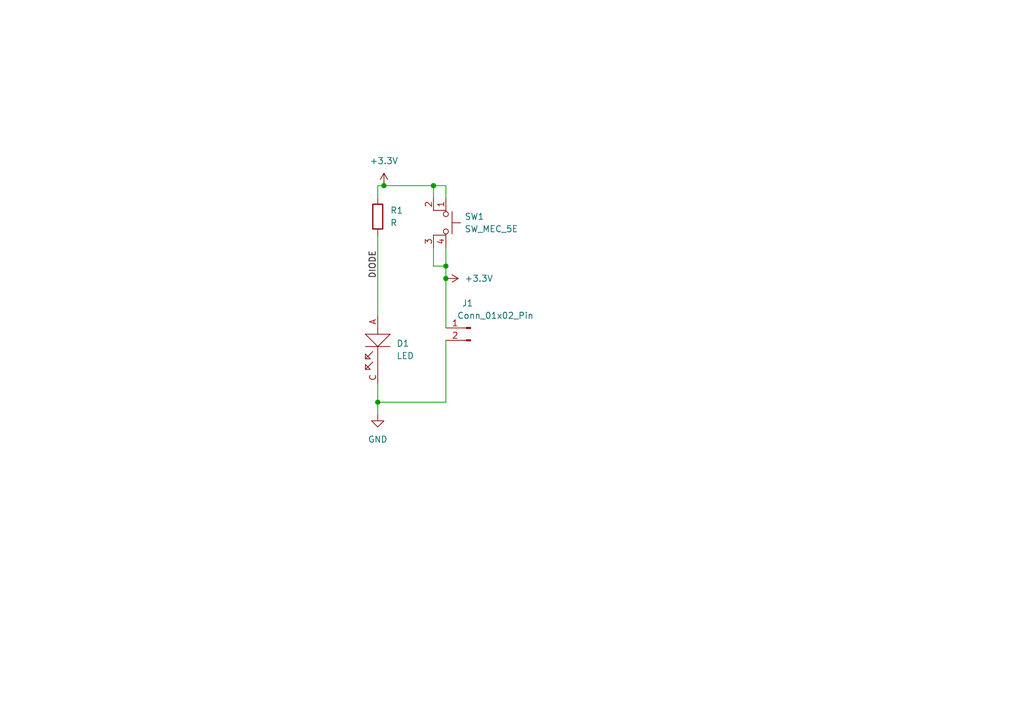
<source format=kicad_sch>
(kicad_sch (version 20230121) (generator eeschema)
  (paper "A5")
  (lib_symbols
    (symbol "Connector:Conn_01x02_Pin" (pin_names (offset 1.016) hide)
      (property "Reference" "J" (at 0 2.54 0))
      (property "Value" "Conn_01x02_Pin" (at 0 -5.08 0))
      (symbol "Conn_01x02_Pin_1_1"
        (polyline (pts (xy 1.27 -2.54) (xy 0.8636 -2.54)) (stroke (width 0.1524)))
        (polyline (pts (xy 1.27 0) (xy 0.8636 0)) (stroke (width 0.1524)))
        (rectangle (start 0.8636 -2.413) (end 0 -2.667) (stroke (width 0.1524)) (fill (type outline)))
        (rectangle (start 0.8636 0.127) (end 0 -0.127) (stroke (width 0.1524)) (fill (type outline)))
        (pin passive line (at 5.08 0 180) (length 3.81) (name "Pin_1") (number "1"))
        (pin passive line (at 5.08 -2.54 180) (length 3.81) (name "Pin_2") (number "2"))
      )
    )
    (symbol "Device:R" (pin_numbers hide) (pin_names (offset 0))
      (property "Reference" "R" (at 2.032 0 90))
      (property "Value" "R" (at 0 0 90))
      (symbol "R_0_1"
        (rectangle (start -1.016 -2.54) (end 1.016 2.54) (stroke (width 0.254)))
      )
      (symbol "R_1_1"
        (pin passive line (at 0 3.81 270) (length 1.27) (name "~") (number "1"))
        (pin passive line (at 0 -3.81 90) (length 1.27) (name "~") (number "2"))
      )
    )
    (symbol "MySCHLib:LED" (pin_names hide)
      (property "Reference" "D" (at 0 3.937 0))
      (property "Value" "LED" (at 0 -3.81 0))
      (symbol "LED_0_1"
        (polyline (pts (xy -2.54 0) (xy 2.54 0)))
        (polyline (pts (xy -2.159 2.54) (xy -0.635 1.016)))
        (polyline (pts (xy 0 2.54) (xy 1.524 1.016)))
        (polyline (pts (xy 2.54 2.54) (xy 2.54 -2.54)))
        (polyline (pts (xy 5.08 2.54) (xy 5.08 -2.54)))
        (polyline (pts (xy 6.35 0) (xy 5.08 0)))
        (polyline (pts (xy 5.08 2.54) (xy 2.54 0) (xy 5.08 -2.54)))
        (polyline (pts (xy -2.159 2.54) (xy -1.143 2.54) (xy -2.159 1.524) (xy -2.159 2.54)))
        (polyline (pts (xy 0 2.54) (xy 1.016 2.54) (xy 0 1.524) (xy 0 2.54)))
      )
      (symbol "LED_1_1"
        (pin passive line (at 8.89 0 180) (length 2.54) (name "Anode") (number "A"))
        (pin passive line (at -5.08 0 0) (length 2.54) (name "Cathode") (number "C"))
      )
    )
    (symbol "Switch:SW_MEC_5E" (pin_names (offset 1.016) hide)
      (property "Reference" "SW" (at 0.635 5.715 0))
      (property "Value" "SW_MEC_5E" (at 0 -3.175 0))
      (symbol "SW_MEC_5E_0_1"
        (circle (center -1.778 2.54) (radius 0.508))
        (polyline (pts (xy -2.286 3.81) (xy 2.286 3.81)))
        (polyline (pts (xy 0 3.81) (xy 0 5.588)))
        (polyline (pts (xy -2.54 0) (xy -2.54 2.54) (xy -2.286 2.54)))
        (polyline (pts (xy 2.54 0) (xy 2.54 2.54) (xy 2.286 2.54)))
        (circle (center 1.778 2.54) (radius 0.508))
        (pin passive line (at -5.08 2.54 0) (length 2.54) (name "1") (number "1"))
        (pin passive line (at -5.08 0 0) (length 2.54) (name "2") (number "2"))
        (pin passive line (at 5.08 0 180) (length 2.54) (name "K") (number "3"))
        (pin passive line (at 5.08 2.54 180) (length 2.54) (name "A") (number "4"))
      )
    )
    (symbol "power:+3.3V" (power) (pin_names (offset 0))
      (property "Value" "+3.3V" (at 0 3.556 0))
      (symbol "+3.3V_0_1"
        (polyline (pts (xy -0.762 1.27) (xy 0 2.54)))
        (polyline (pts (xy 0 0) (xy 0 2.54)))
        (polyline (pts (xy 0 2.54) (xy 0.762 1.27)))
      )
      (symbol "+3.3V_1_1"
        (pin power_in line (at 0 0 90) (length 0) hide (name "+3.3V") (number "1"))
      )
    )
    (symbol "power:GND" (power) (pin_names (offset 0))
      (property "Value" "GND" (at 0 -3.81 0))
      (symbol "GND_0_1"
        (polyline (pts (xy 0 0) (xy 0 -1.27) (xy 1.27 -1.27) (xy 0 -2.54) (xy -1.27 -1.27) (xy 0 -1.27)))
      )
      (symbol "GND_1_1"
        (pin power_in line (at 0 0 270) (length 0) hide (name "GND") (number "1"))
      )
    )
  )
  (junction (at 91.44 54.61))
  (junction (at 77.47 82.55))
  (junction (at 78.74 38.1))
  (junction (at 88.9 38.1))
  (junction (at 91.44 57.15))
  (wire (pts (xy 78.74 38.1) (xy 88.9 38.1)))
  (wire (pts (xy 91.44 50.8) (xy 91.44 54.61)))
  (wire (pts (xy 77.47 82.55) (xy 77.47 78.74)))
  (wire (pts (xy 88.9 50.8) (xy 88.9 54.61)))
  (wire (pts (xy 77.47 48.26) (xy 77.47 64.77)))
  (wire (pts (xy 91.44 54.61) (xy 91.44 57.15)))
  (wire (pts (xy 77.47 38.1) (xy 78.74 38.1)))
  (wire (pts (xy 77.47 38.1) (xy 77.47 40.64)))
  (wire (pts (xy 88.9 38.1) (xy 91.44 38.1)))
  (wire (pts (xy 77.47 82.55) (xy 77.47 85.09)))
  (wire (pts (xy 91.44 38.1) (xy 91.44 40.64)))
  (wire (pts (xy 88.9 54.61) (xy 91.44 54.61)))
  (wire (pts (xy 91.44 69.85) (xy 91.44 82.55)))
  (wire (pts (xy 88.9 38.1) (xy 88.9 40.64)))
  (wire (pts (xy 77.47 82.55) (xy 91.44 82.55)))
  (wire (pts (xy 91.44 57.15) (xy 91.44 67.31)))
  (label "DIODE" (at 77.47 57.15 90))
  (symbol (lib_id "Connector:Conn_01x02_Pin") (at 96.52 67.31 0) (mirror y) (unit 1)
    (property "Reference" "J1" (at 95.885 62.23 0))
    (property "Value" "Conn_01x02_Pin" (at 101.6 64.77 0))
    (property "Footprint" "Connector_Molex:Molex_KK-254_AE-6410-02A_1x02_P2.54mm_Vertical" (effects hide))
  )
  (symbol (lib_id "power:GND") (at 77.47 85.09 0) (unit 1)
    (property "Reference" "#PWR02" (effects hide))
    (property "Value" "GND" (at 77.47 90.17 0))
  )
  (symbol (lib_id "Switch:SW_MEC_5E") (at 88.9 45.72 270) (unit 1)
    (property "Reference" "SW1" (at 95.25 44.45 90) (effects (justify left)))
    (property "Value" "SW_MEC_5E" (at 95.25 46.99 90) (effects (justify left)))
    (property "Footprint" "Button_Switch_SMD:SW_SPST_SKQG_WithStem" (effects hide))
    (property "Datasheet" "http://www.apem.com/int/index.php?controller=attachment&id_attachment=1371" (effects hide))
  )
  (symbol (lib_id "power:+3.3V") (at 91.44 57.15 270) (unit 1)
    (property "Reference" "#PWR03" (effects hide))
    (property "Value" "+3.3V" (at 95.25 57.15 90) (effects (justify left)))
  )
  (symbol (lib_id "Device:R") (at 77.47 44.45 0) (unit 1)
    (property "Reference" "R1" (at 80.01 43.18 0) (effects (justify left)))
    (property "Value" "R" (at 80.01 45.72 0) (effects (justify left)))
    (property "Footprint" "Resistor_SMD:R_0805_2012Metric" (effects hide))
  )
  (symbol (lib_id "power:+3.3V") (at 78.74 38.1 0) (unit 1)
    (property "Reference" "#PWR01" (effects hide))
    (property "Value" "+3.3V" (at 78.74 33.02 0))
  )
  (symbol (lib_id "MySCHLib:LED") (at 77.47 73.66 90) (unit 1)
    (property "Reference" "D1" (at 81.28 70.485 90) (effects (justify right)))
    (property "Value" "LED" (at 81.28 73.025 90) (effects (justify right)))
    (property "Footprint" "MyPCBLib:LED0603" (effects hide))
  )
)
</source>
